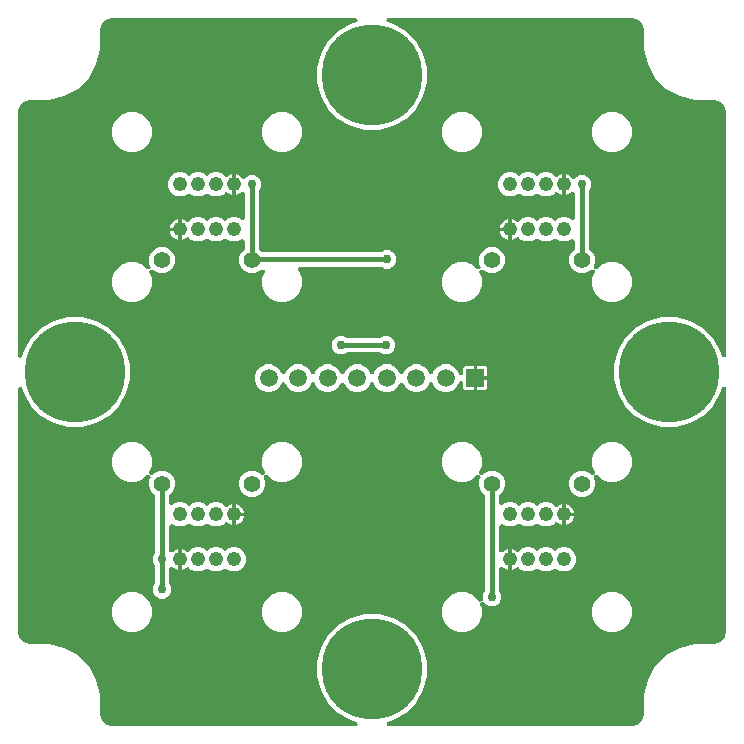
<source format=gbr>
G04 EAGLE Gerber RS-274X export*
G75*
%MOMM*%
%FSLAX34Y34*%
%LPD*%
%INTop Copper*%
%IPPOS*%
%AMOC8*
5,1,8,0,0,1.08239X$1,22.5*%
G01*
G04 Define Apertures*
%ADD10C,1.397000*%
%ADD11C,1.219200*%
%ADD12C,8.500000*%
%ADD13R,1.508000X1.508000*%
%ADD14C,1.508000*%
%ADD15C,0.406400*%
%ADD16C,0.756400*%
G36*
X304005Y17687D02*
X303213Y17526D01*
X97500Y17526D01*
X96974Y17595D01*
X93003Y18659D01*
X92092Y19185D01*
X89185Y22092D01*
X88659Y23003D01*
X87595Y26974D01*
X87526Y27500D01*
X87526Y44086D01*
X84117Y56809D01*
X77531Y68217D01*
X68217Y77531D01*
X56809Y84117D01*
X44086Y87526D01*
X27500Y87526D01*
X26974Y87595D01*
X23003Y88659D01*
X22092Y89185D01*
X19185Y92092D01*
X18659Y93003D01*
X17595Y96974D01*
X17526Y97500D01*
X17526Y303213D01*
X17752Y304143D01*
X18258Y304774D01*
X18970Y305158D01*
X19775Y305233D01*
X20546Y304988D01*
X21160Y304463D01*
X21521Y303739D01*
X22649Y299527D01*
X28780Y288909D01*
X37449Y280240D01*
X48067Y274109D01*
X59910Y270936D01*
X72170Y270936D01*
X84013Y274109D01*
X94631Y280240D01*
X103301Y288909D01*
X109431Y299527D01*
X112604Y311370D01*
X112604Y323630D01*
X109431Y335473D01*
X103301Y346091D01*
X94631Y354761D01*
X84013Y360891D01*
X72170Y364064D01*
X59910Y364064D01*
X48067Y360891D01*
X37449Y354761D01*
X28780Y346091D01*
X22649Y335473D01*
X21521Y331261D01*
X21062Y330421D01*
X20410Y329942D01*
X19623Y329756D01*
X18826Y329892D01*
X18144Y330328D01*
X17687Y330995D01*
X17526Y331787D01*
X17526Y537500D01*
X17595Y538026D01*
X18659Y541997D01*
X19185Y542908D01*
X22092Y545815D01*
X23003Y546341D01*
X26974Y547405D01*
X27500Y547474D01*
X44086Y547474D01*
X56809Y550883D01*
X68217Y557469D01*
X77531Y566783D01*
X84117Y578191D01*
X87526Y590914D01*
X87526Y607500D01*
X87595Y608026D01*
X88659Y611997D01*
X89185Y612908D01*
X92092Y615815D01*
X93003Y616341D01*
X96974Y617405D01*
X97500Y617474D01*
X303213Y617474D01*
X304143Y617248D01*
X304774Y616742D01*
X305158Y616030D01*
X305233Y615225D01*
X304988Y614454D01*
X304463Y613840D01*
X303739Y613479D01*
X299527Y612351D01*
X288909Y606221D01*
X280240Y597551D01*
X274109Y586933D01*
X270936Y575090D01*
X270936Y562830D01*
X274109Y550987D01*
X280240Y540369D01*
X288909Y531700D01*
X299527Y525569D01*
X311370Y522396D01*
X323630Y522396D01*
X335473Y525569D01*
X346091Y531700D01*
X354761Y540369D01*
X360891Y550987D01*
X364064Y562830D01*
X364064Y575090D01*
X360891Y586933D01*
X354761Y597551D01*
X346091Y606221D01*
X335473Y612351D01*
X331261Y613479D01*
X330421Y613938D01*
X329942Y614590D01*
X329756Y615377D01*
X329892Y616175D01*
X330328Y616856D01*
X330995Y617313D01*
X331787Y617474D01*
X537500Y617474D01*
X538026Y617405D01*
X541997Y616341D01*
X542908Y615815D01*
X545815Y612908D01*
X546341Y611997D01*
X547405Y608026D01*
X547474Y607500D01*
X547474Y590914D01*
X550883Y578191D01*
X557469Y566783D01*
X566783Y557469D01*
X578191Y550883D01*
X590914Y547474D01*
X607500Y547474D01*
X608026Y547405D01*
X611997Y546341D01*
X612908Y545815D01*
X615815Y542908D01*
X616341Y541997D01*
X617405Y538026D01*
X617474Y537500D01*
X617474Y331787D01*
X617248Y330857D01*
X616742Y330226D01*
X616030Y329842D01*
X615225Y329767D01*
X614454Y330012D01*
X613840Y330538D01*
X613479Y331261D01*
X612351Y335473D01*
X606221Y346091D01*
X597551Y354761D01*
X586933Y360891D01*
X575090Y364064D01*
X562830Y364064D01*
X550987Y360891D01*
X540369Y354761D01*
X531700Y346091D01*
X525569Y335473D01*
X522396Y323630D01*
X522396Y311370D01*
X525569Y299527D01*
X531700Y288909D01*
X540369Y280240D01*
X550987Y274109D01*
X562830Y270936D01*
X575090Y270936D01*
X586933Y274109D01*
X597551Y280240D01*
X606221Y288909D01*
X612351Y299527D01*
X613479Y303739D01*
X613938Y304579D01*
X614590Y305058D01*
X615377Y305244D01*
X616175Y305108D01*
X616856Y304672D01*
X617313Y304005D01*
X617474Y303213D01*
X617474Y97500D01*
X617405Y96974D01*
X616341Y93003D01*
X615815Y92092D01*
X612908Y89185D01*
X611997Y88659D01*
X608026Y87595D01*
X607500Y87526D01*
X590914Y87526D01*
X578191Y84117D01*
X566783Y77531D01*
X557469Y68217D01*
X550883Y56809D01*
X547474Y44086D01*
X547474Y27500D01*
X547405Y26974D01*
X546341Y23003D01*
X545815Y22092D01*
X542908Y19185D01*
X541997Y18659D01*
X538026Y17595D01*
X537500Y17526D01*
X331787Y17526D01*
X330857Y17752D01*
X330226Y18258D01*
X329842Y18970D01*
X329767Y19775D01*
X330012Y20546D01*
X330538Y21160D01*
X331261Y21521D01*
X335473Y22649D01*
X346091Y28780D01*
X354761Y37449D01*
X360891Y48067D01*
X364064Y59910D01*
X364064Y72170D01*
X360891Y84013D01*
X354761Y94631D01*
X346091Y103301D01*
X335473Y109431D01*
X323630Y112604D01*
X311370Y112604D01*
X299527Y109431D01*
X288909Y103301D01*
X280240Y94631D01*
X274109Y84013D01*
X270936Y72170D01*
X270936Y59910D01*
X274109Y48067D01*
X280240Y37449D01*
X288909Y28780D01*
X299527Y22649D01*
X303739Y21521D01*
X304579Y21062D01*
X305058Y20410D01*
X305244Y19623D01*
X305108Y18826D01*
X304672Y18144D01*
X304005Y17687D01*
G37*
%LPC*%
G36*
X517391Y504063D02*
X524009Y504063D01*
X530124Y506596D01*
X534804Y511276D01*
X537337Y517391D01*
X537337Y524009D01*
X534804Y530124D01*
X530124Y534804D01*
X524009Y537337D01*
X517391Y537337D01*
X511276Y534804D01*
X506596Y530124D01*
X504063Y524009D01*
X504063Y517391D01*
X506596Y511276D01*
X511276Y506596D01*
X517391Y504063D01*
G37*
G36*
X390391Y504063D02*
X397009Y504063D01*
X403124Y506596D01*
X407804Y511276D01*
X410337Y517391D01*
X410337Y524009D01*
X407804Y530124D01*
X403124Y534804D01*
X397009Y537337D01*
X390391Y537337D01*
X384276Y534804D01*
X379596Y530124D01*
X377063Y524009D01*
X377063Y517391D01*
X379596Y511276D01*
X384276Y506596D01*
X390391Y504063D01*
G37*
G36*
X237991Y504063D02*
X244609Y504063D01*
X250724Y506596D01*
X255404Y511276D01*
X257937Y517391D01*
X257937Y524009D01*
X255404Y530124D01*
X250724Y534804D01*
X244609Y537337D01*
X237991Y537337D01*
X231876Y534804D01*
X227196Y530124D01*
X224663Y524009D01*
X224663Y517391D01*
X227196Y511276D01*
X231876Y506596D01*
X237991Y504063D01*
G37*
G36*
X110991Y504063D02*
X117609Y504063D01*
X123724Y506596D01*
X128404Y511276D01*
X130937Y517391D01*
X130937Y524009D01*
X128404Y530124D01*
X123724Y534804D01*
X117609Y537337D01*
X110991Y537337D01*
X104876Y534804D01*
X100196Y530124D01*
X97663Y524009D01*
X97663Y517391D01*
X100196Y511276D01*
X104876Y506596D01*
X110991Y504063D01*
G37*
G36*
X432319Y466090D02*
X436361Y466090D01*
X440095Y467637D01*
X440523Y468065D01*
X441138Y468486D01*
X441928Y468660D01*
X442723Y468511D01*
X443397Y468065D01*
X443825Y467637D01*
X447559Y466090D01*
X451601Y466090D01*
X455335Y467637D01*
X455763Y468065D01*
X456378Y468486D01*
X457168Y468660D01*
X457963Y468511D01*
X458637Y468065D01*
X459065Y467637D01*
X462799Y466090D01*
X466841Y466090D01*
X470575Y467637D01*
X472081Y469142D01*
X472695Y469564D01*
X473485Y469737D01*
X474280Y469589D01*
X474954Y469142D01*
X475168Y468929D01*
X478342Y467614D01*
X478536Y467614D01*
X478536Y484886D01*
X478342Y484886D01*
X475168Y483571D01*
X474954Y483358D01*
X474340Y482936D01*
X473550Y482763D01*
X472755Y482911D01*
X472081Y483358D01*
X470575Y484863D01*
X466841Y486410D01*
X462799Y486410D01*
X459065Y484863D01*
X458637Y484435D01*
X458022Y484014D01*
X457232Y483840D01*
X456437Y483989D01*
X455763Y484435D01*
X455335Y484863D01*
X451601Y486410D01*
X447559Y486410D01*
X443825Y484863D01*
X443397Y484435D01*
X442782Y484014D01*
X441992Y483840D01*
X441197Y483989D01*
X440523Y484435D01*
X440095Y484863D01*
X436361Y486410D01*
X432319Y486410D01*
X428585Y484863D01*
X425727Y482005D01*
X424180Y478271D01*
X424180Y474229D01*
X425727Y470495D01*
X428585Y467637D01*
X432319Y466090D01*
G37*
G36*
X152919Y466090D02*
X156961Y466090D01*
X160695Y467637D01*
X161123Y468065D01*
X161738Y468486D01*
X162528Y468660D01*
X163323Y468511D01*
X163997Y468065D01*
X164425Y467637D01*
X168159Y466090D01*
X172201Y466090D01*
X175935Y467637D01*
X176363Y468065D01*
X176978Y468486D01*
X177768Y468660D01*
X178563Y468511D01*
X179237Y468065D01*
X179665Y467637D01*
X183399Y466090D01*
X187441Y466090D01*
X191175Y467637D01*
X192681Y469142D01*
X193295Y469564D01*
X194085Y469737D01*
X194880Y469589D01*
X195554Y469142D01*
X195768Y468929D01*
X198942Y467614D01*
X199136Y467614D01*
X199136Y484886D01*
X198942Y484886D01*
X195768Y483571D01*
X195554Y483358D01*
X194940Y482936D01*
X194150Y482763D01*
X193355Y482911D01*
X192681Y483358D01*
X191175Y484863D01*
X187441Y486410D01*
X183399Y486410D01*
X179665Y484863D01*
X179237Y484435D01*
X178622Y484014D01*
X177832Y483840D01*
X177037Y483989D01*
X176363Y484435D01*
X175935Y484863D01*
X172201Y486410D01*
X168159Y486410D01*
X164425Y484863D01*
X163997Y484435D01*
X163382Y484014D01*
X162592Y483840D01*
X161797Y483989D01*
X161123Y484435D01*
X160695Y484863D01*
X156961Y486410D01*
X152919Y486410D01*
X149185Y484863D01*
X146327Y482005D01*
X144780Y478271D01*
X144780Y474229D01*
X146327Y470495D01*
X149185Y467637D01*
X152919Y466090D01*
G37*
G36*
X517391Y377063D02*
X524009Y377063D01*
X530124Y379596D01*
X534804Y384276D01*
X537337Y390391D01*
X537337Y397009D01*
X534804Y403124D01*
X530124Y407804D01*
X524009Y410337D01*
X517391Y410337D01*
X511276Y407804D01*
X508505Y405033D01*
X507934Y404632D01*
X507149Y404439D01*
X506350Y404569D01*
X505666Y404999D01*
X505203Y405662D01*
X505036Y406454D01*
X505191Y407247D01*
X506349Y410044D01*
X506349Y414440D01*
X504667Y418501D01*
X501991Y421176D01*
X501557Y421821D01*
X501396Y422613D01*
X501396Y470408D01*
X501545Y471171D01*
X501929Y471752D01*
X503146Y474689D01*
X503146Y477811D01*
X501952Y480694D01*
X499744Y482902D01*
X496861Y484096D01*
X493739Y484096D01*
X490856Y482902D01*
X489675Y481721D01*
X489061Y481300D01*
X488271Y481126D01*
X487476Y481275D01*
X486802Y481721D01*
X484952Y483571D01*
X481778Y484886D01*
X481584Y484886D01*
X481584Y467614D01*
X481778Y467614D01*
X484952Y468929D01*
X485735Y469712D01*
X486320Y470120D01*
X487107Y470306D01*
X487905Y470171D01*
X488586Y469735D01*
X489043Y469068D01*
X489204Y468275D01*
X489204Y448280D01*
X489079Y447578D01*
X488654Y446890D01*
X487994Y446422D01*
X487204Y446248D01*
X486409Y446397D01*
X485924Y446718D01*
X482081Y448310D01*
X478039Y448310D01*
X474305Y446763D01*
X473877Y446335D01*
X473262Y445914D01*
X472472Y445740D01*
X471677Y445889D01*
X471003Y446335D01*
X470575Y446763D01*
X466841Y448310D01*
X462799Y448310D01*
X459065Y446763D01*
X458637Y446335D01*
X458022Y445914D01*
X457232Y445740D01*
X456437Y445889D01*
X455763Y446335D01*
X455335Y446763D01*
X451601Y448310D01*
X447559Y448310D01*
X443825Y446763D01*
X442319Y445258D01*
X441705Y444836D01*
X440915Y444663D01*
X440120Y444811D01*
X439446Y445258D01*
X439232Y445471D01*
X436058Y446786D01*
X435864Y446786D01*
X435864Y429514D01*
X436058Y429514D01*
X439232Y430829D01*
X439446Y431042D01*
X440060Y431464D01*
X440850Y431637D01*
X441645Y431489D01*
X442319Y431042D01*
X443825Y429537D01*
X447559Y427990D01*
X451601Y427990D01*
X455335Y429537D01*
X455763Y429965D01*
X456378Y430386D01*
X457168Y430560D01*
X457963Y430411D01*
X458637Y429965D01*
X459065Y429537D01*
X462799Y427990D01*
X466841Y427990D01*
X470575Y429537D01*
X471003Y429965D01*
X471618Y430386D01*
X472408Y430560D01*
X473203Y430411D01*
X473877Y429965D01*
X474305Y429537D01*
X478039Y427990D01*
X482081Y427990D01*
X485901Y429572D01*
X486320Y429865D01*
X487107Y430051D01*
X487905Y429915D01*
X488586Y429479D01*
X489043Y428812D01*
X489204Y428020D01*
X489204Y422613D01*
X489055Y421851D01*
X488609Y421176D01*
X485933Y418501D01*
X484251Y414440D01*
X484251Y410044D01*
X485933Y405983D01*
X489041Y402875D01*
X493102Y401193D01*
X497498Y401193D01*
X501559Y402875D01*
X502758Y404074D01*
X503328Y404476D01*
X504114Y404668D01*
X504912Y404539D01*
X505597Y404108D01*
X506060Y403445D01*
X506227Y402654D01*
X506072Y401860D01*
X504063Y397009D01*
X504063Y390391D01*
X506596Y384276D01*
X511276Y379596D01*
X517391Y377063D01*
G37*
G36*
X237991Y377063D02*
X244609Y377063D01*
X250724Y379596D01*
X255404Y384276D01*
X257937Y390391D01*
X257937Y397009D01*
X255404Y403124D01*
X255343Y403185D01*
X254935Y403770D01*
X254749Y404557D01*
X254885Y405355D01*
X255320Y406036D01*
X255987Y406493D01*
X256780Y406654D01*
X324358Y406654D01*
X325121Y406505D01*
X325702Y406121D01*
X328639Y404904D01*
X331761Y404904D01*
X334644Y406098D01*
X336852Y408306D01*
X338046Y411189D01*
X338046Y414311D01*
X336852Y417194D01*
X334644Y419402D01*
X331761Y420596D01*
X328639Y420596D01*
X325706Y419381D01*
X325151Y419007D01*
X324358Y418846D01*
X225763Y418846D01*
X225001Y418995D01*
X224326Y419441D01*
X222591Y421176D01*
X222157Y421821D01*
X221996Y422613D01*
X221996Y470408D01*
X222145Y471171D01*
X222529Y471752D01*
X223746Y474689D01*
X223746Y477811D01*
X222552Y480694D01*
X220344Y482902D01*
X217461Y484096D01*
X214339Y484096D01*
X211456Y482902D01*
X210275Y481721D01*
X209661Y481300D01*
X208871Y481126D01*
X208076Y481275D01*
X207402Y481721D01*
X205552Y483571D01*
X202378Y484886D01*
X202184Y484886D01*
X202184Y467614D01*
X202378Y467614D01*
X205552Y468929D01*
X206335Y469712D01*
X206920Y470120D01*
X207707Y470306D01*
X208505Y470171D01*
X209186Y469735D01*
X209643Y469068D01*
X209804Y468275D01*
X209804Y448280D01*
X209679Y447578D01*
X209254Y446890D01*
X208594Y446422D01*
X207804Y446248D01*
X207009Y446397D01*
X206524Y446718D01*
X202681Y448310D01*
X198639Y448310D01*
X194905Y446763D01*
X194477Y446335D01*
X193862Y445914D01*
X193072Y445740D01*
X192277Y445889D01*
X191603Y446335D01*
X191175Y446763D01*
X187441Y448310D01*
X183399Y448310D01*
X179665Y446763D01*
X179237Y446335D01*
X178622Y445914D01*
X177832Y445740D01*
X177037Y445889D01*
X176363Y446335D01*
X175935Y446763D01*
X172201Y448310D01*
X168159Y448310D01*
X164425Y446763D01*
X162919Y445258D01*
X162305Y444836D01*
X161515Y444663D01*
X160720Y444811D01*
X160046Y445258D01*
X159832Y445471D01*
X156658Y446786D01*
X156464Y446786D01*
X156464Y429514D01*
X156658Y429514D01*
X159832Y430829D01*
X160046Y431042D01*
X160660Y431464D01*
X161450Y431637D01*
X162245Y431489D01*
X162919Y431042D01*
X164425Y429537D01*
X168159Y427990D01*
X172201Y427990D01*
X175935Y429537D01*
X176363Y429965D01*
X176978Y430386D01*
X177768Y430560D01*
X178563Y430411D01*
X179237Y429965D01*
X179665Y429537D01*
X183399Y427990D01*
X187441Y427990D01*
X191175Y429537D01*
X191603Y429965D01*
X192218Y430386D01*
X193008Y430560D01*
X193803Y430411D01*
X194477Y429965D01*
X194905Y429537D01*
X198639Y427990D01*
X202681Y427990D01*
X206501Y429572D01*
X206920Y429865D01*
X207707Y430051D01*
X208505Y429915D01*
X209186Y429479D01*
X209643Y428812D01*
X209804Y428020D01*
X209804Y422613D01*
X209655Y421851D01*
X209209Y421176D01*
X206533Y418501D01*
X204851Y414440D01*
X204851Y410044D01*
X206533Y405983D01*
X209641Y402875D01*
X213702Y401193D01*
X218098Y401193D01*
X222159Y402875D01*
X223358Y404074D01*
X223928Y404476D01*
X224714Y404668D01*
X225512Y404539D01*
X226197Y404108D01*
X226660Y403445D01*
X226827Y402654D01*
X226672Y401860D01*
X224663Y397009D01*
X224663Y390391D01*
X227196Y384276D01*
X231876Y379596D01*
X237991Y377063D01*
G37*
G36*
X425704Y439674D02*
X432816Y439674D01*
X432816Y446786D01*
X432622Y446786D01*
X429448Y445471D01*
X427019Y443042D01*
X425704Y439868D01*
X425704Y439674D01*
G37*
G36*
X146304Y439674D02*
X153416Y439674D01*
X153416Y446786D01*
X153222Y446786D01*
X150048Y445471D01*
X147619Y443042D01*
X146304Y439868D01*
X146304Y439674D01*
G37*
G36*
X432622Y429514D02*
X432816Y429514D01*
X432816Y436626D01*
X425704Y436626D01*
X425704Y436432D01*
X427019Y433258D01*
X429448Y430829D01*
X432622Y429514D01*
G37*
G36*
X153222Y429514D02*
X153416Y429514D01*
X153416Y436626D01*
X146304Y436626D01*
X146304Y436432D01*
X147619Y433258D01*
X150048Y430829D01*
X153222Y429514D01*
G37*
G36*
X390391Y377063D02*
X397009Y377063D01*
X403124Y379596D01*
X407804Y384276D01*
X410337Y390391D01*
X410337Y397009D01*
X408328Y401860D01*
X408175Y402540D01*
X408298Y403340D01*
X408723Y404028D01*
X409383Y404496D01*
X410173Y404669D01*
X410968Y404521D01*
X411642Y404074D01*
X412841Y402875D01*
X416902Y401193D01*
X421298Y401193D01*
X425359Y402875D01*
X428467Y405983D01*
X430149Y410044D01*
X430149Y414440D01*
X428467Y418501D01*
X425359Y421609D01*
X421298Y423291D01*
X416902Y423291D01*
X412841Y421609D01*
X409733Y418501D01*
X408051Y414440D01*
X408051Y410044D01*
X409210Y407247D01*
X409362Y406567D01*
X409239Y405768D01*
X408814Y405079D01*
X408154Y404612D01*
X407365Y404438D01*
X406570Y404586D01*
X405895Y405033D01*
X403124Y407804D01*
X397009Y410337D01*
X390391Y410337D01*
X384276Y407804D01*
X379596Y403124D01*
X377063Y397009D01*
X377063Y390391D01*
X379596Y384276D01*
X384276Y379596D01*
X390391Y377063D01*
G37*
G36*
X110991Y377063D02*
X117609Y377063D01*
X123724Y379596D01*
X128404Y384276D01*
X130937Y390391D01*
X130937Y397009D01*
X128928Y401860D01*
X128775Y402540D01*
X128898Y403340D01*
X129323Y404028D01*
X129983Y404496D01*
X130773Y404669D01*
X131568Y404521D01*
X132242Y404074D01*
X133441Y402875D01*
X137502Y401193D01*
X141898Y401193D01*
X145959Y402875D01*
X149067Y405983D01*
X150749Y410044D01*
X150749Y414440D01*
X149067Y418501D01*
X145959Y421609D01*
X141898Y423291D01*
X137502Y423291D01*
X133441Y421609D01*
X130333Y418501D01*
X128651Y414440D01*
X128651Y410044D01*
X129810Y407247D01*
X129962Y406567D01*
X129839Y405768D01*
X129414Y405079D01*
X128754Y404612D01*
X127965Y404438D01*
X127170Y404586D01*
X126495Y405033D01*
X123724Y407804D01*
X117609Y410337D01*
X110991Y410337D01*
X104876Y407804D01*
X100196Y403124D01*
X97663Y397009D01*
X97663Y390391D01*
X100196Y384276D01*
X104876Y379596D01*
X110991Y377063D01*
G37*
G36*
X327623Y332514D02*
X330745Y332514D01*
X333628Y333708D01*
X335836Y335916D01*
X337030Y338799D01*
X337030Y341921D01*
X335836Y344804D01*
X333628Y347012D01*
X330745Y348206D01*
X327623Y348206D01*
X324690Y346991D01*
X324135Y346617D01*
X323342Y346456D01*
X297236Y346456D01*
X296473Y346605D01*
X295826Y347033D01*
X292927Y348234D01*
X289805Y348234D01*
X286922Y347040D01*
X284714Y344832D01*
X283520Y341949D01*
X283520Y338827D01*
X284714Y335944D01*
X286922Y333736D01*
X289805Y332542D01*
X292927Y332542D01*
X295895Y333772D01*
X296387Y334103D01*
X297180Y334264D01*
X323342Y334264D01*
X324105Y334115D01*
X324686Y333731D01*
X327623Y332514D01*
G37*
G36*
X227692Y300646D02*
X232308Y300646D01*
X236573Y302413D01*
X239837Y305677D01*
X240623Y307573D01*
X241007Y308174D01*
X241663Y308647D01*
X242451Y308827D01*
X243248Y308685D01*
X243925Y308243D01*
X244377Y307573D01*
X245163Y305677D01*
X248427Y302413D01*
X252692Y300646D01*
X257308Y300646D01*
X261573Y302413D01*
X264837Y305677D01*
X265623Y307573D01*
X266007Y308174D01*
X266663Y308647D01*
X267451Y308827D01*
X268248Y308685D01*
X268925Y308243D01*
X269377Y307573D01*
X270163Y305677D01*
X273427Y302413D01*
X277692Y300646D01*
X282308Y300646D01*
X286573Y302413D01*
X289837Y305677D01*
X290623Y307573D01*
X291007Y308174D01*
X291663Y308647D01*
X292451Y308827D01*
X293248Y308685D01*
X293925Y308243D01*
X294377Y307573D01*
X295163Y305677D01*
X298427Y302413D01*
X302692Y300646D01*
X307308Y300646D01*
X311573Y302413D01*
X314837Y305677D01*
X315623Y307573D01*
X316007Y308174D01*
X316663Y308647D01*
X317451Y308827D01*
X318248Y308685D01*
X318925Y308243D01*
X319377Y307573D01*
X320163Y305677D01*
X323427Y302413D01*
X327692Y300646D01*
X332308Y300646D01*
X336573Y302413D01*
X339837Y305677D01*
X340623Y307573D01*
X341007Y308174D01*
X341663Y308647D01*
X342451Y308827D01*
X343248Y308685D01*
X343925Y308243D01*
X344377Y307573D01*
X345163Y305677D01*
X348427Y302413D01*
X352692Y300646D01*
X357308Y300646D01*
X361573Y302413D01*
X364837Y305677D01*
X365623Y307573D01*
X366007Y308174D01*
X366663Y308647D01*
X367451Y308827D01*
X368248Y308685D01*
X368925Y308243D01*
X369377Y307573D01*
X370163Y305677D01*
X373427Y302413D01*
X377692Y300646D01*
X382308Y300646D01*
X386573Y302413D01*
X389837Y305677D01*
X391011Y308509D01*
X391384Y309098D01*
X392036Y309577D01*
X392823Y309763D01*
X393621Y309627D01*
X394302Y309191D01*
X394759Y308524D01*
X394920Y307732D01*
X394920Y303658D01*
X396408Y302170D01*
X403476Y302170D01*
X403476Y322330D01*
X396408Y322330D01*
X394920Y320842D01*
X394920Y316768D01*
X394800Y316081D01*
X394381Y315390D01*
X393725Y314917D01*
X392937Y314737D01*
X392140Y314879D01*
X391463Y315320D01*
X391011Y315991D01*
X389837Y318823D01*
X386573Y322087D01*
X382308Y323854D01*
X377692Y323854D01*
X373427Y322087D01*
X370163Y318823D01*
X369377Y316927D01*
X368993Y316326D01*
X368337Y315853D01*
X367549Y315674D01*
X366752Y315815D01*
X366075Y316257D01*
X365623Y316927D01*
X364837Y318823D01*
X361573Y322087D01*
X357308Y323854D01*
X352692Y323854D01*
X348427Y322087D01*
X345163Y318823D01*
X344377Y316927D01*
X343993Y316326D01*
X343337Y315853D01*
X342549Y315674D01*
X341752Y315815D01*
X341075Y316257D01*
X340623Y316927D01*
X339837Y318823D01*
X336573Y322087D01*
X332308Y323854D01*
X327692Y323854D01*
X323427Y322087D01*
X320163Y318823D01*
X319377Y316927D01*
X318993Y316326D01*
X318337Y315853D01*
X317549Y315674D01*
X316752Y315815D01*
X316075Y316257D01*
X315623Y316927D01*
X314837Y318823D01*
X311573Y322087D01*
X307308Y323854D01*
X302692Y323854D01*
X298427Y322087D01*
X295163Y318823D01*
X294377Y316927D01*
X293993Y316326D01*
X293337Y315853D01*
X292549Y315674D01*
X291752Y315815D01*
X291075Y316257D01*
X290623Y316927D01*
X289837Y318823D01*
X286573Y322087D01*
X282308Y323854D01*
X277692Y323854D01*
X273427Y322087D01*
X270163Y318823D01*
X269377Y316927D01*
X268993Y316326D01*
X268337Y315853D01*
X267549Y315674D01*
X266752Y315815D01*
X266075Y316257D01*
X265623Y316927D01*
X264837Y318823D01*
X261573Y322087D01*
X257308Y323854D01*
X252692Y323854D01*
X248427Y322087D01*
X245163Y318823D01*
X244377Y316927D01*
X243993Y316326D01*
X243337Y315853D01*
X242549Y315674D01*
X241752Y315815D01*
X241075Y316257D01*
X240623Y316927D01*
X239837Y318823D01*
X236573Y322087D01*
X232308Y323854D01*
X227692Y323854D01*
X223427Y322087D01*
X220163Y318823D01*
X218396Y314558D01*
X218396Y309942D01*
X220163Y305677D01*
X223427Y302413D01*
X227692Y300646D01*
G37*
G36*
X406524Y313774D02*
X415080Y313774D01*
X415080Y320842D01*
X413592Y322330D01*
X406524Y322330D01*
X406524Y313774D01*
G37*
G36*
X406524Y302170D02*
X413592Y302170D01*
X415080Y303658D01*
X415080Y310726D01*
X406524Y310726D01*
X406524Y302170D01*
G37*
G36*
X138139Y125504D02*
X141261Y125504D01*
X144144Y126698D01*
X146352Y128906D01*
X147546Y131789D01*
X147546Y134911D01*
X146331Y137844D01*
X145957Y138399D01*
X145796Y139192D01*
X145796Y150775D01*
X145921Y151477D01*
X146346Y152165D01*
X147006Y152633D01*
X147796Y152807D01*
X148591Y152659D01*
X149265Y152212D01*
X150048Y151429D01*
X153222Y150114D01*
X153416Y150114D01*
X153416Y167386D01*
X153222Y167386D01*
X150048Y166071D01*
X149265Y165288D01*
X148680Y164880D01*
X147893Y164694D01*
X147096Y164829D01*
X146414Y165265D01*
X145957Y165932D01*
X145796Y166725D01*
X145796Y186720D01*
X145921Y187422D01*
X146346Y188110D01*
X147006Y188578D01*
X147796Y188752D01*
X148591Y188603D01*
X149076Y188282D01*
X152919Y186690D01*
X156961Y186690D01*
X160695Y188237D01*
X161123Y188665D01*
X161738Y189086D01*
X162528Y189260D01*
X163323Y189111D01*
X163997Y188665D01*
X164425Y188237D01*
X168159Y186690D01*
X172201Y186690D01*
X175935Y188237D01*
X176363Y188665D01*
X176978Y189086D01*
X177768Y189260D01*
X178563Y189111D01*
X179237Y188665D01*
X179665Y188237D01*
X183399Y186690D01*
X187441Y186690D01*
X191175Y188237D01*
X192681Y189742D01*
X193295Y190164D01*
X194085Y190337D01*
X194880Y190189D01*
X195554Y189742D01*
X195768Y189529D01*
X198942Y188214D01*
X199136Y188214D01*
X199136Y205486D01*
X198942Y205486D01*
X195768Y204171D01*
X195554Y203958D01*
X194940Y203536D01*
X194150Y203363D01*
X193355Y203511D01*
X192681Y203958D01*
X191175Y205463D01*
X187441Y207010D01*
X183399Y207010D01*
X179665Y205463D01*
X179237Y205035D01*
X178622Y204614D01*
X177832Y204440D01*
X177037Y204589D01*
X176363Y205035D01*
X175935Y205463D01*
X172201Y207010D01*
X168159Y207010D01*
X164425Y205463D01*
X163997Y205035D01*
X163382Y204614D01*
X162592Y204440D01*
X161797Y204589D01*
X161123Y205035D01*
X160695Y205463D01*
X156961Y207010D01*
X152919Y207010D01*
X149099Y205428D01*
X148680Y205135D01*
X147893Y204949D01*
X147096Y205085D01*
X146414Y205521D01*
X145957Y206188D01*
X145796Y206980D01*
X145796Y212387D01*
X145945Y213149D01*
X146391Y213824D01*
X149067Y216499D01*
X150749Y220560D01*
X150749Y224956D01*
X149067Y229017D01*
X145959Y232125D01*
X141898Y233807D01*
X137502Y233807D01*
X133441Y232125D01*
X132242Y230926D01*
X131672Y230524D01*
X130886Y230332D01*
X130088Y230461D01*
X129403Y230892D01*
X128940Y231555D01*
X128773Y232346D01*
X128928Y233140D01*
X130937Y237991D01*
X130937Y244609D01*
X128404Y250724D01*
X123724Y255404D01*
X117609Y257937D01*
X110991Y257937D01*
X104876Y255404D01*
X100196Y250724D01*
X97663Y244609D01*
X97663Y237991D01*
X100196Y231876D01*
X104876Y227196D01*
X110991Y224663D01*
X117609Y224663D01*
X123724Y227196D01*
X126495Y229967D01*
X127066Y230368D01*
X127851Y230561D01*
X128650Y230431D01*
X129334Y230001D01*
X129797Y229338D01*
X129964Y228546D01*
X129810Y227753D01*
X128651Y224956D01*
X128651Y220560D01*
X130333Y216499D01*
X133009Y213824D01*
X133443Y213179D01*
X133604Y212387D01*
X133604Y164592D01*
X133455Y163829D01*
X133071Y163248D01*
X131854Y160311D01*
X131854Y157189D01*
X133069Y154256D01*
X133443Y153701D01*
X133604Y152908D01*
X133604Y139192D01*
X133455Y138429D01*
X133071Y137848D01*
X131854Y134911D01*
X131854Y131789D01*
X133048Y128906D01*
X135256Y126698D01*
X138139Y125504D01*
G37*
G36*
X390391Y97663D02*
X397009Y97663D01*
X403124Y100196D01*
X407804Y104876D01*
X410337Y110991D01*
X410337Y117609D01*
X409256Y120220D01*
X409103Y120900D01*
X409226Y121700D01*
X409651Y122388D01*
X410311Y122856D01*
X411101Y123029D01*
X411896Y122881D01*
X412570Y122434D01*
X414656Y120348D01*
X417539Y119154D01*
X420661Y119154D01*
X423544Y120348D01*
X425752Y122556D01*
X426946Y125439D01*
X426946Y128561D01*
X425731Y131494D01*
X425357Y132049D01*
X425196Y132842D01*
X425196Y150775D01*
X425321Y151477D01*
X425746Y152165D01*
X426406Y152633D01*
X427196Y152807D01*
X427991Y152659D01*
X428665Y152212D01*
X429448Y151429D01*
X432622Y150114D01*
X432816Y150114D01*
X432816Y167386D01*
X432622Y167386D01*
X429448Y166071D01*
X428665Y165288D01*
X428080Y164880D01*
X427293Y164694D01*
X426496Y164829D01*
X425814Y165265D01*
X425357Y165932D01*
X425196Y166725D01*
X425196Y186720D01*
X425321Y187422D01*
X425746Y188110D01*
X426406Y188578D01*
X427196Y188752D01*
X427991Y188603D01*
X428476Y188282D01*
X432319Y186690D01*
X436361Y186690D01*
X440095Y188237D01*
X440523Y188665D01*
X441138Y189086D01*
X441928Y189260D01*
X442723Y189111D01*
X443397Y188665D01*
X443825Y188237D01*
X447559Y186690D01*
X451601Y186690D01*
X455335Y188237D01*
X455763Y188665D01*
X456378Y189086D01*
X457168Y189260D01*
X457963Y189111D01*
X458637Y188665D01*
X459065Y188237D01*
X462799Y186690D01*
X466841Y186690D01*
X470575Y188237D01*
X472081Y189742D01*
X472695Y190164D01*
X473485Y190337D01*
X474280Y190189D01*
X474954Y189742D01*
X475168Y189529D01*
X478342Y188214D01*
X478536Y188214D01*
X478536Y205486D01*
X478342Y205486D01*
X475168Y204171D01*
X474954Y203958D01*
X474340Y203536D01*
X473550Y203363D01*
X472755Y203511D01*
X472081Y203958D01*
X470575Y205463D01*
X466841Y207010D01*
X462799Y207010D01*
X459065Y205463D01*
X458637Y205035D01*
X458022Y204614D01*
X457232Y204440D01*
X456437Y204589D01*
X455763Y205035D01*
X455335Y205463D01*
X451601Y207010D01*
X447559Y207010D01*
X443825Y205463D01*
X443397Y205035D01*
X442782Y204614D01*
X441992Y204440D01*
X441197Y204589D01*
X440523Y205035D01*
X440095Y205463D01*
X436361Y207010D01*
X432319Y207010D01*
X428499Y205428D01*
X428080Y205135D01*
X427293Y204949D01*
X426496Y205085D01*
X425814Y205521D01*
X425357Y206188D01*
X425196Y206980D01*
X425196Y212387D01*
X425345Y213149D01*
X425791Y213824D01*
X428467Y216499D01*
X430149Y220560D01*
X430149Y224956D01*
X428467Y229017D01*
X425359Y232125D01*
X421298Y233807D01*
X416902Y233807D01*
X412841Y232125D01*
X411642Y230926D01*
X411072Y230524D01*
X410286Y230332D01*
X409488Y230461D01*
X408803Y230892D01*
X408340Y231555D01*
X408173Y232346D01*
X408328Y233140D01*
X410337Y237991D01*
X410337Y244609D01*
X407804Y250724D01*
X403124Y255404D01*
X397009Y257937D01*
X390391Y257937D01*
X384276Y255404D01*
X379596Y250724D01*
X377063Y244609D01*
X377063Y237991D01*
X379596Y231876D01*
X384276Y227196D01*
X390391Y224663D01*
X397009Y224663D01*
X403124Y227196D01*
X405895Y229967D01*
X406466Y230368D01*
X407251Y230561D01*
X408050Y230431D01*
X408734Y230001D01*
X409197Y229338D01*
X409364Y228546D01*
X409210Y227753D01*
X408051Y224956D01*
X408051Y220560D01*
X409733Y216499D01*
X412409Y213824D01*
X412843Y213179D01*
X413004Y212387D01*
X413004Y132842D01*
X412855Y132079D01*
X412471Y131498D01*
X411254Y128561D01*
X411254Y125180D01*
X411129Y124478D01*
X410704Y123790D01*
X410044Y123322D01*
X409254Y123148D01*
X408459Y123296D01*
X407785Y123743D01*
X403124Y128404D01*
X397009Y130937D01*
X390391Y130937D01*
X384276Y128404D01*
X379596Y123724D01*
X377063Y117609D01*
X377063Y110991D01*
X379596Y104876D01*
X384276Y100196D01*
X390391Y97663D01*
G37*
G36*
X213702Y211709D02*
X218098Y211709D01*
X222159Y213391D01*
X225267Y216499D01*
X226949Y220560D01*
X226949Y224956D01*
X225791Y227753D01*
X225638Y228433D01*
X225761Y229232D01*
X226186Y229921D01*
X226846Y230388D01*
X227635Y230562D01*
X228430Y230414D01*
X229105Y229967D01*
X231876Y227196D01*
X237991Y224663D01*
X244609Y224663D01*
X250724Y227196D01*
X255404Y231876D01*
X257937Y237991D01*
X257937Y244609D01*
X255404Y250724D01*
X250724Y255404D01*
X244609Y257937D01*
X237991Y257937D01*
X231876Y255404D01*
X227196Y250724D01*
X224663Y244609D01*
X224663Y237991D01*
X226672Y233140D01*
X226825Y232460D01*
X226702Y231660D01*
X226277Y230972D01*
X225617Y230504D01*
X224827Y230331D01*
X224032Y230479D01*
X223358Y230926D01*
X222159Y232125D01*
X218098Y233807D01*
X213702Y233807D01*
X209641Y232125D01*
X206533Y229017D01*
X204851Y224956D01*
X204851Y220560D01*
X206533Y216499D01*
X209641Y213391D01*
X213702Y211709D01*
G37*
G36*
X493102Y211709D02*
X497498Y211709D01*
X501559Y213391D01*
X504667Y216499D01*
X506349Y220560D01*
X506349Y224956D01*
X505191Y227753D01*
X505038Y228433D01*
X505161Y229232D01*
X505586Y229921D01*
X506246Y230388D01*
X507035Y230562D01*
X507830Y230414D01*
X508505Y229967D01*
X511276Y227196D01*
X517391Y224663D01*
X524009Y224663D01*
X530124Y227196D01*
X534804Y231876D01*
X537337Y237991D01*
X537337Y244609D01*
X534804Y250724D01*
X530124Y255404D01*
X524009Y257937D01*
X517391Y257937D01*
X511276Y255404D01*
X506596Y250724D01*
X504063Y244609D01*
X504063Y237991D01*
X506072Y233140D01*
X506225Y232460D01*
X506102Y231660D01*
X505677Y230972D01*
X505017Y230504D01*
X504227Y230331D01*
X503432Y230479D01*
X502758Y230926D01*
X501559Y232125D01*
X497498Y233807D01*
X493102Y233807D01*
X489041Y232125D01*
X485933Y229017D01*
X484251Y224956D01*
X484251Y220560D01*
X485933Y216499D01*
X489041Y213391D01*
X493102Y211709D01*
G37*
G36*
X481584Y198374D02*
X488696Y198374D01*
X488696Y198568D01*
X487381Y201742D01*
X484952Y204171D01*
X481778Y205486D01*
X481584Y205486D01*
X481584Y198374D01*
G37*
G36*
X202184Y198374D02*
X209296Y198374D01*
X209296Y198568D01*
X207981Y201742D01*
X205552Y204171D01*
X202378Y205486D01*
X202184Y205486D01*
X202184Y198374D01*
G37*
G36*
X202184Y188214D02*
X202378Y188214D01*
X205552Y189529D01*
X207981Y191958D01*
X209296Y195132D01*
X209296Y195326D01*
X202184Y195326D01*
X202184Y188214D01*
G37*
G36*
X481584Y188214D02*
X481778Y188214D01*
X484952Y189529D01*
X487381Y191958D01*
X488696Y195132D01*
X488696Y195326D01*
X481584Y195326D01*
X481584Y188214D01*
G37*
G36*
X447559Y148590D02*
X451601Y148590D01*
X455335Y150137D01*
X455763Y150565D01*
X456378Y150986D01*
X457168Y151160D01*
X457963Y151011D01*
X458637Y150565D01*
X459065Y150137D01*
X462799Y148590D01*
X466841Y148590D01*
X470575Y150137D01*
X471003Y150565D01*
X471618Y150986D01*
X472408Y151160D01*
X473203Y151011D01*
X473877Y150565D01*
X474305Y150137D01*
X478039Y148590D01*
X482081Y148590D01*
X485815Y150137D01*
X488673Y152995D01*
X490220Y156729D01*
X490220Y160771D01*
X488673Y164505D01*
X485815Y167363D01*
X482081Y168910D01*
X478039Y168910D01*
X474305Y167363D01*
X473877Y166935D01*
X473262Y166514D01*
X472472Y166340D01*
X471677Y166489D01*
X471003Y166935D01*
X470575Y167363D01*
X466841Y168910D01*
X462799Y168910D01*
X459065Y167363D01*
X458637Y166935D01*
X458022Y166514D01*
X457232Y166340D01*
X456437Y166489D01*
X455763Y166935D01*
X455335Y167363D01*
X451601Y168910D01*
X447559Y168910D01*
X443825Y167363D01*
X442319Y165858D01*
X441705Y165436D01*
X440915Y165263D01*
X440120Y165411D01*
X439446Y165858D01*
X439232Y166071D01*
X436058Y167386D01*
X435864Y167386D01*
X435864Y150114D01*
X436058Y150114D01*
X439232Y151429D01*
X439446Y151642D01*
X440060Y152064D01*
X440850Y152237D01*
X441645Y152089D01*
X442319Y151642D01*
X443825Y150137D01*
X447559Y148590D01*
G37*
G36*
X168159Y148590D02*
X172201Y148590D01*
X175935Y150137D01*
X176363Y150565D01*
X176978Y150986D01*
X177768Y151160D01*
X178563Y151011D01*
X179237Y150565D01*
X179665Y150137D01*
X183399Y148590D01*
X187441Y148590D01*
X191175Y150137D01*
X191603Y150565D01*
X192218Y150986D01*
X193008Y151160D01*
X193803Y151011D01*
X194477Y150565D01*
X194905Y150137D01*
X198639Y148590D01*
X202681Y148590D01*
X206415Y150137D01*
X209273Y152995D01*
X210820Y156729D01*
X210820Y160771D01*
X209273Y164505D01*
X206415Y167363D01*
X202681Y168910D01*
X198639Y168910D01*
X194905Y167363D01*
X194477Y166935D01*
X193862Y166514D01*
X193072Y166340D01*
X192277Y166489D01*
X191603Y166935D01*
X191175Y167363D01*
X187441Y168910D01*
X183399Y168910D01*
X179665Y167363D01*
X179237Y166935D01*
X178622Y166514D01*
X177832Y166340D01*
X177037Y166489D01*
X176363Y166935D01*
X175935Y167363D01*
X172201Y168910D01*
X168159Y168910D01*
X164425Y167363D01*
X162919Y165858D01*
X162305Y165436D01*
X161515Y165263D01*
X160720Y165411D01*
X160046Y165858D01*
X159832Y166071D01*
X156658Y167386D01*
X156464Y167386D01*
X156464Y150114D01*
X156658Y150114D01*
X159832Y151429D01*
X160046Y151642D01*
X160660Y152064D01*
X161450Y152237D01*
X162245Y152089D01*
X162919Y151642D01*
X164425Y150137D01*
X168159Y148590D01*
G37*
G36*
X517391Y97663D02*
X524009Y97663D01*
X530124Y100196D01*
X534804Y104876D01*
X537337Y110991D01*
X537337Y117609D01*
X534804Y123724D01*
X530124Y128404D01*
X524009Y130937D01*
X517391Y130937D01*
X511276Y128404D01*
X506596Y123724D01*
X504063Y117609D01*
X504063Y110991D01*
X506596Y104876D01*
X511276Y100196D01*
X517391Y97663D01*
G37*
G36*
X237991Y97663D02*
X244609Y97663D01*
X250724Y100196D01*
X255404Y104876D01*
X257937Y110991D01*
X257937Y117609D01*
X255404Y123724D01*
X250724Y128404D01*
X244609Y130937D01*
X237991Y130937D01*
X231876Y128404D01*
X227196Y123724D01*
X224663Y117609D01*
X224663Y110991D01*
X227196Y104876D01*
X231876Y100196D01*
X237991Y97663D01*
G37*
G36*
X110991Y97663D02*
X117609Y97663D01*
X123724Y100196D01*
X128404Y104876D01*
X130937Y110991D01*
X130937Y117609D01*
X128404Y123724D01*
X123724Y128404D01*
X117609Y130937D01*
X110991Y130937D01*
X104876Y128404D01*
X100196Y123724D01*
X97663Y117609D01*
X97663Y110991D01*
X100196Y104876D01*
X104876Y100196D01*
X110991Y97663D01*
G37*
%LPD*%
D10*
X139700Y412242D03*
X215900Y412242D03*
D11*
X170180Y438150D03*
X170180Y476250D03*
X154940Y438150D03*
X154940Y476250D03*
X185420Y438150D03*
X185420Y476250D03*
X200660Y438150D03*
X200660Y476250D03*
D10*
X419100Y412242D03*
X495300Y412242D03*
D11*
X449580Y438150D03*
X449580Y476250D03*
X434340Y438150D03*
X434340Y476250D03*
X464820Y438150D03*
X464820Y476250D03*
X480060Y438150D03*
X480060Y476250D03*
D10*
X495300Y222758D03*
X419100Y222758D03*
D11*
X464820Y196850D03*
X464820Y158750D03*
X480060Y196850D03*
X480060Y158750D03*
X449580Y196850D03*
X449580Y158750D03*
X434340Y196850D03*
X434340Y158750D03*
D10*
X215900Y222758D03*
X139700Y222758D03*
D11*
X185420Y196850D03*
X185420Y158750D03*
X200660Y196850D03*
X200660Y158750D03*
X170180Y196850D03*
X170180Y158750D03*
X154940Y196850D03*
X154940Y158750D03*
D12*
X317500Y568960D03*
X568960Y317500D03*
X317500Y66040D03*
X66040Y317500D03*
D13*
X405000Y312250D03*
D14*
X380000Y312250D03*
X355000Y312250D03*
X330000Y312250D03*
X305000Y312250D03*
X280000Y312250D03*
X255000Y312250D03*
X230000Y312250D03*
D15*
X495300Y412242D02*
X495300Y476250D01*
D16*
X495300Y476250D03*
D15*
X419100Y222758D02*
X419100Y127000D01*
D16*
X419100Y127000D03*
D15*
X139700Y158750D02*
X139700Y222758D01*
D16*
X139700Y133350D03*
D15*
X215900Y412242D02*
X215900Y476250D01*
D16*
X215900Y476250D03*
D15*
X216408Y412750D02*
X215900Y412242D01*
X216408Y412750D02*
X330200Y412750D01*
D16*
X330200Y412750D03*
X139700Y158750D03*
D15*
X139700Y133350D01*
D16*
X342900Y133350D03*
X190500Y279400D03*
X361950Y254000D03*
X444500Y279400D03*
X444500Y355600D03*
X552450Y101600D03*
X292100Y501650D03*
X273050Y381000D03*
X190500Y355600D03*
X82550Y533400D03*
X120650Y209550D03*
X527050Y414119D03*
X329184Y340360D03*
D15*
X291338Y340360D01*
X291366Y340388D01*
D16*
X291366Y340388D03*
M02*

</source>
